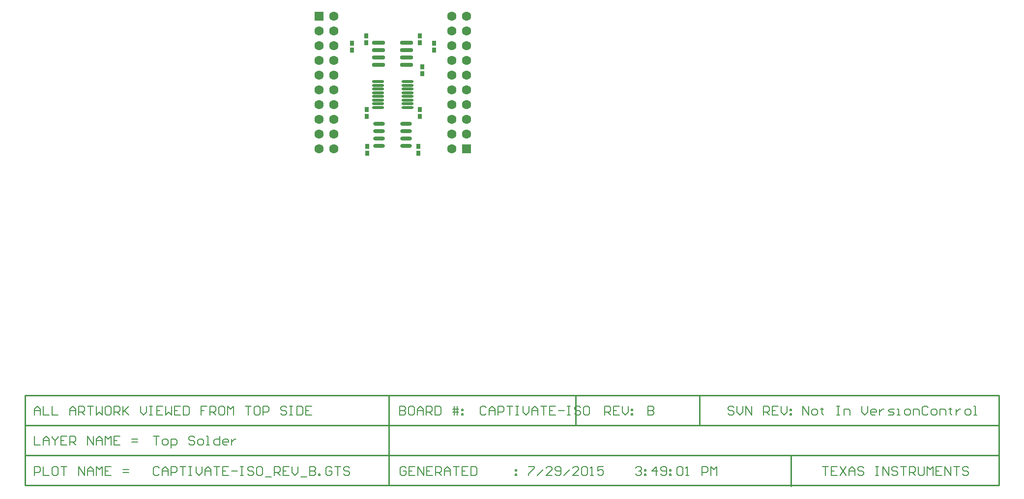
<source format=gts>
%FSAX25Y25*%
%MOIN*%
G70*
G01*
G75*
G04 Layer_Color=8388736*
%ADD10R,0.02362X0.03150*%
%ADD11O,0.08661X0.02362*%
%ADD12O,0.07480X0.02362*%
%ADD13O,0.07677X0.01575*%
%ADD14C,0.01000*%
%ADD15C,0.02000*%
%ADD16C,0.01500*%
%ADD17C,0.00800*%
%ADD18C,0.05906*%
%ADD19R,0.05906X0.05906*%
%ADD20C,0.03400*%
%ADD21C,0.01575*%
%ADD22C,0.00984*%
%ADD23C,0.02362*%
%ADD24C,0.00700*%
%ADD25C,0.00787*%
%ADD26R,0.02756X0.03543*%
%ADD27O,0.09055X0.02756*%
%ADD28O,0.07874X0.02756*%
%ADD29O,0.08071X0.01969*%
%ADD30C,0.06299*%
%ADD31R,0.06299X0.06299*%
G54D14*
X0559400Y0039400D02*
Y0059683D01*
X0440500Y0040050D02*
X0700200D01*
Y0101050D01*
X0286500Y0040050D02*
Y0101050D01*
X0040000Y0040050D02*
Y0101050D01*
X0040050Y0040050D02*
X0197600D01*
X0040050D02*
Y0101050D01*
Y0101050D02*
X0700200D01*
X0040000Y0040050D02*
X0440500D01*
X0040000Y0060383D02*
X0700000D01*
X0040000Y0080717D02*
X0700200D01*
X0413200D02*
Y0101050D01*
X0497200Y0080717D02*
Y0101050D01*
G54D17*
X0126900Y0073549D02*
X0130899D01*
X0128899D01*
Y0067551D01*
X0133898D02*
X0135897D01*
X0136897Y0068550D01*
Y0070550D01*
X0135897Y0071549D01*
X0133898D01*
X0132898Y0070550D01*
Y0068550D01*
X0133898Y0067551D01*
X0138896Y0065551D02*
Y0071549D01*
X0141895D01*
X0142895Y0070550D01*
Y0068550D01*
X0141895Y0067551D01*
X0138896D01*
X0154891Y0072549D02*
X0153891Y0073549D01*
X0151892D01*
X0150892Y0072549D01*
Y0071549D01*
X0151892Y0070550D01*
X0153891D01*
X0154891Y0069550D01*
Y0068550D01*
X0153891Y0067551D01*
X0151892D01*
X0150892Y0068550D01*
X0157890Y0067551D02*
X0159889D01*
X0160889Y0068550D01*
Y0070550D01*
X0159889Y0071549D01*
X0157890D01*
X0156890Y0070550D01*
Y0068550D01*
X0157890Y0067551D01*
X0162888D02*
X0164888D01*
X0163888D01*
Y0073549D01*
X0162888D01*
X0171885D02*
Y0067551D01*
X0168886D01*
X0167887Y0068550D01*
Y0070550D01*
X0168886Y0071549D01*
X0171885D01*
X0176884Y0067551D02*
X0174884D01*
X0173885Y0068550D01*
Y0070550D01*
X0174884Y0071549D01*
X0176884D01*
X0177884Y0070550D01*
Y0069550D01*
X0173885D01*
X0179883Y0071549D02*
Y0067551D01*
Y0069550D01*
X0180883Y0070550D01*
X0181882Y0071549D01*
X0182882D01*
X0126900Y0073549D02*
X0130899D01*
X0128899D01*
Y0067551D01*
X0133898D02*
X0135897D01*
X0136897Y0068550D01*
Y0070550D01*
X0135897Y0071549D01*
X0133898D01*
X0132898Y0070550D01*
Y0068550D01*
X0133898Y0067551D01*
X0138896Y0065551D02*
Y0071549D01*
X0141895D01*
X0142895Y0070550D01*
Y0068550D01*
X0141895Y0067551D01*
X0138896D01*
X0154891Y0072549D02*
X0153891Y0073549D01*
X0151892D01*
X0150892Y0072549D01*
Y0071549D01*
X0151892Y0070550D01*
X0153891D01*
X0154891Y0069550D01*
Y0068550D01*
X0153891Y0067551D01*
X0151892D01*
X0150892Y0068550D01*
X0157890Y0067551D02*
X0159889D01*
X0160889Y0068550D01*
Y0070550D01*
X0159889Y0071549D01*
X0157890D01*
X0156890Y0070550D01*
Y0068550D01*
X0157890Y0067551D01*
X0162888D02*
X0164888D01*
X0163888D01*
Y0073549D01*
X0162888D01*
X0171885D02*
Y0067551D01*
X0168886D01*
X0167887Y0068550D01*
Y0070550D01*
X0168886Y0071549D01*
X0171885D01*
X0176884Y0067551D02*
X0174884D01*
X0173885Y0068550D01*
Y0070550D01*
X0174884Y0071549D01*
X0176884D01*
X0177884Y0070550D01*
Y0069550D01*
X0173885D01*
X0179883Y0071549D02*
Y0067551D01*
Y0069550D01*
X0180883Y0070550D01*
X0181882Y0071549D01*
X0182882D01*
X0580500Y0052965D02*
X0584499D01*
X0582499D01*
Y0046966D01*
X0590497Y0052965D02*
X0586498D01*
Y0046966D01*
X0590497D01*
X0586498Y0049966D02*
X0588497D01*
X0592496Y0052965D02*
X0596495Y0046966D01*
Y0052965D02*
X0592496Y0046966D01*
X0598494D02*
Y0050965D01*
X0600493Y0052965D01*
X0602493Y0050965D01*
Y0046966D01*
Y0049966D01*
X0598494D01*
X0608491Y0051965D02*
X0607491Y0052965D01*
X0605492D01*
X0604492Y0051965D01*
Y0050965D01*
X0605492Y0049966D01*
X0607491D01*
X0608491Y0048966D01*
Y0047966D01*
X0607491Y0046966D01*
X0605492D01*
X0604492Y0047966D01*
X0616488Y0052965D02*
X0618488D01*
X0617488D01*
Y0046966D01*
X0616488D01*
X0618488D01*
X0621487D02*
Y0052965D01*
X0625486Y0046966D01*
Y0052965D01*
X0631484Y0051965D02*
X0630484Y0052965D01*
X0628484D01*
X0627485Y0051965D01*
Y0050965D01*
X0628484Y0049966D01*
X0630484D01*
X0631484Y0048966D01*
Y0047966D01*
X0630484Y0046966D01*
X0628484D01*
X0627485Y0047966D01*
X0633483Y0052965D02*
X0637482D01*
X0635482D01*
Y0046966D01*
X0639481D02*
Y0052965D01*
X0642480D01*
X0643480Y0051965D01*
Y0049966D01*
X0642480Y0048966D01*
X0639481D01*
X0641480D02*
X0643480Y0046966D01*
X0645479Y0052965D02*
Y0047966D01*
X0646479Y0046966D01*
X0648478D01*
X0649478Y0047966D01*
Y0052965D01*
X0651477Y0046966D02*
Y0052965D01*
X0653476Y0050965D01*
X0655476Y0052965D01*
Y0046966D01*
X0661474Y0052965D02*
X0657475D01*
Y0046966D01*
X0661474D01*
X0657475Y0049966D02*
X0659474D01*
X0663473Y0046966D02*
Y0052965D01*
X0667472Y0046966D01*
Y0052965D01*
X0669471D02*
X0673470D01*
X0671471D01*
Y0046966D01*
X0679468Y0051965D02*
X0678468Y0052965D01*
X0676469D01*
X0675469Y0051965D01*
Y0050965D01*
X0676469Y0049966D01*
X0678468D01*
X0679468Y0048966D01*
Y0047966D01*
X0678468Y0046966D01*
X0676469D01*
X0675469Y0047966D01*
X0454050Y0051965D02*
X0455050Y0052965D01*
X0457049D01*
X0458049Y0051965D01*
Y0050965D01*
X0457049Y0049966D01*
X0456049D01*
X0457049D01*
X0458049Y0048966D01*
Y0047966D01*
X0457049Y0046966D01*
X0455050D01*
X0454050Y0047966D01*
X0460048Y0050965D02*
X0461048D01*
Y0049966D01*
X0460048D01*
Y0050965D01*
Y0047966D02*
X0461048D01*
Y0046966D01*
X0460048D01*
Y0047966D01*
X0468046Y0046966D02*
Y0052965D01*
X0465046Y0049966D01*
X0469045D01*
X0471044Y0047966D02*
X0472044Y0046966D01*
X0474044D01*
X0475043Y0047966D01*
Y0051965D01*
X0474044Y0052965D01*
X0472044D01*
X0471044Y0051965D01*
Y0050965D01*
X0472044Y0049966D01*
X0475043D01*
X0477043Y0050965D02*
X0478042D01*
Y0049966D01*
X0477043D01*
Y0050965D01*
Y0047966D02*
X0478042D01*
Y0046966D01*
X0477043D01*
Y0047966D01*
X0482041Y0051965D02*
X0483041Y0052965D01*
X0485040D01*
X0486040Y0051965D01*
Y0047966D01*
X0485040Y0046966D01*
X0483041D01*
X0482041Y0047966D01*
Y0051965D01*
X0488039Y0046966D02*
X0490038D01*
X0489039D01*
Y0052965D01*
X0488039Y0051965D01*
X0499035Y0046966D02*
Y0052965D01*
X0502035D01*
X0503034Y0051965D01*
Y0049966D01*
X0502035Y0048966D01*
X0499035D01*
X0505033Y0046966D02*
Y0052965D01*
X0507033Y0050965D01*
X0509032Y0052965D01*
Y0046966D01*
X0046350D02*
Y0052965D01*
X0049349D01*
X0050349Y0051965D01*
Y0049966D01*
X0049349Y0048966D01*
X0046350D01*
X0052348Y0052965D02*
Y0046966D01*
X0056347D01*
X0061345Y0052965D02*
X0059346D01*
X0058346Y0051965D01*
Y0047966D01*
X0059346Y0046966D01*
X0061345D01*
X0062345Y0047966D01*
Y0051965D01*
X0061345Y0052965D01*
X0064344D02*
X0068343D01*
X0066343D01*
Y0046966D01*
X0076340D02*
Y0052965D01*
X0080339Y0046966D01*
Y0052965D01*
X0082338Y0046966D02*
Y0050965D01*
X0084338Y0052965D01*
X0086337Y0050965D01*
Y0046966D01*
Y0049966D01*
X0082338D01*
X0088336Y0046966D02*
Y0052965D01*
X0090336Y0050965D01*
X0092335Y0052965D01*
Y0046966D01*
X0098333Y0052965D02*
X0094335D01*
Y0046966D01*
X0098333D01*
X0094335Y0049966D02*
X0096334D01*
X0106331Y0048966D02*
X0110329D01*
X0106331Y0050965D02*
X0110329D01*
X0046350Y0073549D02*
Y0067551D01*
X0050349D01*
X0052348D02*
Y0071549D01*
X0054347Y0073549D01*
X0056347Y0071549D01*
Y0067551D01*
Y0070550D01*
X0052348D01*
X0058346Y0073549D02*
Y0072549D01*
X0060346Y0070550D01*
X0062345Y0072549D01*
Y0073549D01*
X0060346Y0070550D02*
Y0067551D01*
X0068343Y0073549D02*
X0064344D01*
Y0067551D01*
X0068343D01*
X0064344Y0070550D02*
X0066343D01*
X0070342Y0067551D02*
Y0073549D01*
X0073341D01*
X0074341Y0072549D01*
Y0070550D01*
X0073341Y0069550D01*
X0070342D01*
X0072342D02*
X0074341Y0067551D01*
X0082338D02*
Y0073549D01*
X0086337Y0067551D01*
Y0073549D01*
X0088336Y0067551D02*
Y0071549D01*
X0090336Y0073549D01*
X0092335Y0071549D01*
Y0067551D01*
Y0070550D01*
X0088336D01*
X0094335Y0067551D02*
Y0073549D01*
X0096334Y0071549D01*
X0098333Y0073549D01*
Y0067551D01*
X0104331Y0073549D02*
X0100332D01*
Y0067551D01*
X0104331D01*
X0100332Y0070550D02*
X0102332D01*
X0112329Y0069550D02*
X0116327D01*
X0112329Y0071549D02*
X0116327D01*
X0294000Y0093831D02*
Y0087833D01*
X0296999D01*
X0297999Y0088833D01*
Y0089833D01*
X0296999Y0090832D01*
X0294000D01*
X0296999D01*
X0297999Y0091832D01*
Y0092832D01*
X0296999Y0093831D01*
X0294000D01*
X0302997D02*
X0300998D01*
X0299998Y0092832D01*
Y0088833D01*
X0300998Y0087833D01*
X0302997D01*
X0303997Y0088833D01*
Y0092832D01*
X0302997Y0093831D01*
X0305996Y0087833D02*
Y0091832D01*
X0307996Y0093831D01*
X0309995Y0091832D01*
Y0087833D01*
Y0090832D01*
X0305996D01*
X0311994Y0087833D02*
Y0093831D01*
X0314993D01*
X0315993Y0092832D01*
Y0090832D01*
X0314993Y0089833D01*
X0311994D01*
X0313994D02*
X0315993Y0087833D01*
X0317992Y0093831D02*
Y0087833D01*
X0320991D01*
X0321991Y0088833D01*
Y0092832D01*
X0320991Y0093831D01*
X0317992D01*
X0330988Y0087833D02*
Y0093831D01*
X0332987D02*
Y0087833D01*
X0329988Y0091832D02*
X0332987D01*
X0333987D01*
X0329988Y0089833D02*
X0333987D01*
X0335986Y0091832D02*
X0336986D01*
Y0090832D01*
X0335986D01*
Y0091832D01*
Y0088833D02*
X0336986D01*
Y0087833D01*
X0335986D01*
Y0088833D01*
X0352549Y0092832D02*
X0351549Y0093831D01*
X0349550D01*
X0348550Y0092832D01*
Y0088833D01*
X0349550Y0087833D01*
X0351549D01*
X0352549Y0088833D01*
X0354548Y0087833D02*
Y0091832D01*
X0356547Y0093831D01*
X0358547Y0091832D01*
Y0087833D01*
Y0090832D01*
X0354548D01*
X0360546Y0087833D02*
Y0093831D01*
X0363545D01*
X0364545Y0092832D01*
Y0090832D01*
X0363545Y0089833D01*
X0360546D01*
X0366544Y0093831D02*
X0370543D01*
X0368544D01*
Y0087833D01*
X0372542Y0093831D02*
X0374542D01*
X0373542D01*
Y0087833D01*
X0372542D01*
X0374542D01*
X0377541Y0093831D02*
Y0089833D01*
X0379540Y0087833D01*
X0381539Y0089833D01*
Y0093831D01*
X0383539Y0087833D02*
Y0091832D01*
X0385538Y0093831D01*
X0387537Y0091832D01*
Y0087833D01*
Y0090832D01*
X0383539D01*
X0389537Y0093831D02*
X0393535D01*
X0391536D01*
Y0087833D01*
X0399534Y0093831D02*
X0395535D01*
Y0087833D01*
X0399534D01*
X0395535Y0090832D02*
X0397534D01*
X0401533D02*
X0405532D01*
X0407531Y0093831D02*
X0409530D01*
X0408531D01*
Y0087833D01*
X0407531D01*
X0409530D01*
X0416528Y0092832D02*
X0415528Y0093831D01*
X0413529D01*
X0412529Y0092832D01*
Y0091832D01*
X0413529Y0090832D01*
X0415528D01*
X0416528Y0089833D01*
Y0088833D01*
X0415528Y0087833D01*
X0413529D01*
X0412529Y0088833D01*
X0421526Y0093831D02*
X0419527D01*
X0418527Y0092832D01*
Y0088833D01*
X0419527Y0087833D01*
X0421526D01*
X0422526Y0088833D01*
Y0092832D01*
X0421526Y0093831D01*
X0462150D02*
Y0087833D01*
X0465149D01*
X0466149Y0088833D01*
Y0089833D01*
X0465149Y0090832D01*
X0462150D01*
X0465149D01*
X0466149Y0091832D01*
Y0092832D01*
X0465149Y0093831D01*
X0462150D01*
X0046350Y0087833D02*
Y0091832D01*
X0048349Y0093831D01*
X0050349Y0091832D01*
Y0087833D01*
Y0090832D01*
X0046350D01*
X0052348Y0093831D02*
Y0087833D01*
X0056347D01*
X0058346Y0093831D02*
Y0087833D01*
X0062345D01*
X0070342D02*
Y0091832D01*
X0072342Y0093831D01*
X0074341Y0091832D01*
Y0087833D01*
Y0090832D01*
X0070342D01*
X0076340Y0087833D02*
Y0093831D01*
X0079339D01*
X0080339Y0092832D01*
Y0090832D01*
X0079339Y0089833D01*
X0076340D01*
X0078340D02*
X0080339Y0087833D01*
X0082338Y0093831D02*
X0086337D01*
X0084338D01*
Y0087833D01*
X0088336Y0093831D02*
Y0087833D01*
X0090336Y0089833D01*
X0092335Y0087833D01*
Y0093831D01*
X0097334D02*
X0095334D01*
X0094335Y0092832D01*
Y0088833D01*
X0095334Y0087833D01*
X0097334D01*
X0098333Y0088833D01*
Y0092832D01*
X0097334Y0093831D01*
X0100332Y0087833D02*
Y0093831D01*
X0103332D01*
X0104331Y0092832D01*
Y0090832D01*
X0103332Y0089833D01*
X0100332D01*
X0102332D02*
X0104331Y0087833D01*
X0106331Y0093831D02*
Y0087833D01*
Y0089833D01*
X0110329Y0093831D01*
X0107330Y0090832D01*
X0110329Y0087833D01*
X0118327Y0093831D02*
Y0089833D01*
X0120326Y0087833D01*
X0122325Y0089833D01*
Y0093831D01*
X0124325D02*
X0126324D01*
X0125324D01*
Y0087833D01*
X0124325D01*
X0126324D01*
X0133322Y0093831D02*
X0129323D01*
Y0087833D01*
X0133322D01*
X0129323Y0090832D02*
X0131323D01*
X0135321Y0093831D02*
Y0087833D01*
X0137321Y0089833D01*
X0139320Y0087833D01*
Y0093831D01*
X0145318D02*
X0141319D01*
Y0087833D01*
X0145318D01*
X0141319Y0090832D02*
X0143319D01*
X0147317Y0093831D02*
Y0087833D01*
X0150316D01*
X0151316Y0088833D01*
Y0092832D01*
X0150316Y0093831D01*
X0147317D01*
X0163312D02*
X0159313D01*
Y0090832D01*
X0161313D01*
X0159313D01*
Y0087833D01*
X0165312D02*
Y0093831D01*
X0168310D01*
X0169310Y0092832D01*
Y0090832D01*
X0168310Y0089833D01*
X0165312D01*
X0167311D02*
X0169310Y0087833D01*
X0174309Y0093831D02*
X0172309D01*
X0171310Y0092832D01*
Y0088833D01*
X0172309Y0087833D01*
X0174309D01*
X0175308Y0088833D01*
Y0092832D01*
X0174309Y0093831D01*
X0177308Y0087833D02*
Y0093831D01*
X0179307Y0091832D01*
X0181306Y0093831D01*
Y0087833D01*
X0189304Y0093831D02*
X0193303D01*
X0191303D01*
Y0087833D01*
X0198301Y0093831D02*
X0196301D01*
X0195302Y0092832D01*
Y0088833D01*
X0196301Y0087833D01*
X0198301D01*
X0199301Y0088833D01*
Y0092832D01*
X0198301Y0093831D01*
X0201300Y0087833D02*
Y0093831D01*
X0204299D01*
X0205299Y0092832D01*
Y0090832D01*
X0204299Y0089833D01*
X0201300D01*
X0217295Y0092832D02*
X0216295Y0093831D01*
X0214296D01*
X0213296Y0092832D01*
Y0091832D01*
X0214296Y0090832D01*
X0216295D01*
X0217295Y0089833D01*
Y0088833D01*
X0216295Y0087833D01*
X0214296D01*
X0213296Y0088833D01*
X0219294Y0093831D02*
X0221293D01*
X0220294D01*
Y0087833D01*
X0219294D01*
X0221293D01*
X0224292Y0093831D02*
Y0087833D01*
X0227291D01*
X0228291Y0088833D01*
Y0092832D01*
X0227291Y0093831D01*
X0224292D01*
X0234289D02*
X0230291D01*
Y0087833D01*
X0234289D01*
X0230291Y0090832D02*
X0232290D01*
X0298199Y0051965D02*
X0297199Y0052965D01*
X0295200D01*
X0294200Y0051965D01*
Y0047966D01*
X0295200Y0046966D01*
X0297199D01*
X0298199Y0047966D01*
Y0049966D01*
X0296199D01*
X0304197Y0052965D02*
X0300198D01*
Y0046966D01*
X0304197D01*
X0300198Y0049966D02*
X0302197D01*
X0306196Y0046966D02*
Y0052965D01*
X0310195Y0046966D01*
Y0052965D01*
X0316193D02*
X0312194D01*
Y0046966D01*
X0316193D01*
X0312194Y0049966D02*
X0314194D01*
X0318192Y0046966D02*
Y0052965D01*
X0321191D01*
X0322191Y0051965D01*
Y0049966D01*
X0321191Y0048966D01*
X0318192D01*
X0320192D02*
X0322191Y0046966D01*
X0324190D02*
Y0050965D01*
X0326190Y0052965D01*
X0328189Y0050965D01*
Y0046966D01*
Y0049966D01*
X0324190D01*
X0330188Y0052965D02*
X0334187D01*
X0332188D01*
Y0046966D01*
X0340185Y0052965D02*
X0336186D01*
Y0046966D01*
X0340185D01*
X0336186Y0049966D02*
X0338186D01*
X0342184Y0052965D02*
Y0046966D01*
X0345183D01*
X0346183Y0047966D01*
Y0051965D01*
X0345183Y0052965D01*
X0342184D01*
X0372175Y0050965D02*
X0373175D01*
Y0049966D01*
X0372175D01*
Y0050965D01*
Y0047966D02*
X0373175D01*
Y0046966D01*
X0372175D01*
Y0047966D01*
X0381150Y0052965D02*
X0385149D01*
Y0051965D01*
X0381150Y0047966D01*
Y0046966D01*
X0387148D02*
X0391147Y0050965D01*
X0397145Y0046966D02*
X0393146D01*
X0397145Y0050965D01*
Y0051965D01*
X0396145Y0052965D01*
X0394146D01*
X0393146Y0051965D01*
X0399144Y0047966D02*
X0400144Y0046966D01*
X0402143D01*
X0403143Y0047966D01*
Y0051965D01*
X0402143Y0052965D01*
X0400144D01*
X0399144Y0051965D01*
Y0050965D01*
X0400144Y0049966D01*
X0403143D01*
X0405142Y0046966D02*
X0409141Y0050965D01*
X0415139Y0046966D02*
X0411140D01*
X0415139Y0050965D01*
Y0051965D01*
X0414139Y0052965D01*
X0412140D01*
X0411140Y0051965D01*
X0417138D02*
X0418138Y0052965D01*
X0420137D01*
X0421137Y0051965D01*
Y0047966D01*
X0420137Y0046966D01*
X0418138D01*
X0417138Y0047966D01*
Y0051965D01*
X0423136Y0046966D02*
X0425136D01*
X0424136D01*
Y0052965D01*
X0423136Y0051965D01*
X0432133Y0052965D02*
X0428135D01*
Y0049966D01*
X0430134Y0050965D01*
X0431134D01*
X0432133Y0049966D01*
Y0047966D01*
X0431134Y0046966D01*
X0429135D01*
X0428135Y0047966D01*
X0130899Y0051965D02*
X0129899Y0052965D01*
X0127900D01*
X0126900Y0051965D01*
Y0047966D01*
X0127900Y0046966D01*
X0129899D01*
X0130899Y0047966D01*
X0132898Y0046966D02*
Y0050965D01*
X0134897Y0052965D01*
X0136897Y0050965D01*
Y0046966D01*
Y0049966D01*
X0132898D01*
X0138896Y0046966D02*
Y0052965D01*
X0141895D01*
X0142895Y0051965D01*
Y0049966D01*
X0141895Y0048966D01*
X0138896D01*
X0144894Y0052965D02*
X0148893D01*
X0146894D01*
Y0046966D01*
X0150892Y0052965D02*
X0152892D01*
X0151892D01*
Y0046966D01*
X0150892D01*
X0152892D01*
X0155891Y0052965D02*
Y0048966D01*
X0157890Y0046966D01*
X0159889Y0048966D01*
Y0052965D01*
X0161889Y0046966D02*
Y0050965D01*
X0163888Y0052965D01*
X0165887Y0050965D01*
Y0046966D01*
Y0049966D01*
X0161889D01*
X0167887Y0052965D02*
X0171885D01*
X0169886D01*
Y0046966D01*
X0177884Y0052965D02*
X0173885D01*
Y0046966D01*
X0177884D01*
X0173885Y0049966D02*
X0175884D01*
X0179883D02*
X0183882D01*
X0185881Y0052965D02*
X0187880D01*
X0186881D01*
Y0046966D01*
X0185881D01*
X0187880D01*
X0194878Y0051965D02*
X0193878Y0052965D01*
X0191879D01*
X0190879Y0051965D01*
Y0050965D01*
X0191879Y0049966D01*
X0193878D01*
X0194878Y0048966D01*
Y0047966D01*
X0193878Y0046966D01*
X0191879D01*
X0190879Y0047966D01*
X0199876Y0052965D02*
X0197877D01*
X0196877Y0051965D01*
Y0047966D01*
X0197877Y0046966D01*
X0199876D01*
X0200876Y0047966D01*
Y0051965D01*
X0199876Y0052965D01*
X0202875Y0045967D02*
X0206874D01*
X0208874Y0046966D02*
Y0052965D01*
X0211873D01*
X0212872Y0051965D01*
Y0049966D01*
X0211873Y0048966D01*
X0208874D01*
X0210873D02*
X0212872Y0046966D01*
X0218870Y0052965D02*
X0214872D01*
Y0046966D01*
X0218870D01*
X0214872Y0049966D02*
X0216871D01*
X0220870Y0052965D02*
Y0048966D01*
X0222869Y0046966D01*
X0224868Y0048966D01*
Y0052965D01*
X0226868Y0045967D02*
X0230866D01*
X0232866Y0052965D02*
Y0046966D01*
X0235865D01*
X0236864Y0047966D01*
Y0048966D01*
X0235865Y0049966D01*
X0232866D01*
X0235865D01*
X0236864Y0050965D01*
Y0051965D01*
X0235865Y0052965D01*
X0232866D01*
X0238864Y0046966D02*
Y0047966D01*
X0239863D01*
Y0046966D01*
X0238864D01*
X0247861Y0051965D02*
X0246861Y0052965D01*
X0244862D01*
X0243862Y0051965D01*
Y0047966D01*
X0244862Y0046966D01*
X0246861D01*
X0247861Y0047966D01*
Y0049966D01*
X0245862D01*
X0249860Y0052965D02*
X0253859D01*
X0251860D01*
Y0046966D01*
X0259857Y0051965D02*
X0258857Y0052965D01*
X0256858D01*
X0255858Y0051965D01*
Y0050965D01*
X0256858Y0049966D01*
X0258857D01*
X0259857Y0048966D01*
Y0047966D01*
X0258857Y0046966D01*
X0256858D01*
X0255858Y0047966D01*
X0433000Y0087833D02*
Y0093831D01*
X0435999D01*
X0436999Y0092832D01*
Y0090832D01*
X0435999Y0089833D01*
X0433000D01*
X0434999D02*
X0436999Y0087833D01*
X0442997Y0093831D02*
X0438998D01*
Y0087833D01*
X0442997D01*
X0438998Y0090832D02*
X0440997D01*
X0444996Y0093831D02*
Y0089833D01*
X0446995Y0087833D01*
X0448995Y0089833D01*
Y0093831D01*
X0450994Y0091832D02*
X0451994D01*
Y0090832D01*
X0450994D01*
Y0091832D01*
Y0088833D02*
X0451994D01*
Y0087833D01*
X0450994D01*
Y0088833D01*
X0520799Y0092832D02*
X0519799Y0093831D01*
X0517800D01*
X0516800Y0092832D01*
Y0091832D01*
X0517800Y0090832D01*
X0519799D01*
X0520799Y0089833D01*
Y0088833D01*
X0519799Y0087833D01*
X0517800D01*
X0516800Y0088833D01*
X0522798Y0093831D02*
Y0089833D01*
X0524797Y0087833D01*
X0526797Y0089833D01*
Y0093831D01*
X0528796Y0087833D02*
Y0093831D01*
X0532795Y0087833D01*
Y0093831D01*
X0540792Y0087833D02*
Y0093831D01*
X0543791D01*
X0544791Y0092832D01*
Y0090832D01*
X0543791Y0089833D01*
X0540792D01*
X0542792D02*
X0544791Y0087833D01*
X0550789Y0093831D02*
X0546790D01*
Y0087833D01*
X0550789D01*
X0546790Y0090832D02*
X0548790D01*
X0552788Y0093831D02*
Y0089833D01*
X0554788Y0087833D01*
X0556787Y0089833D01*
Y0093831D01*
X0558786Y0091832D02*
X0559786D01*
Y0090832D01*
X0558786D01*
Y0091832D01*
Y0088833D02*
X0559786D01*
Y0087833D01*
X0558786D01*
Y0088833D01*
X0567400Y0087833D02*
Y0093831D01*
X0571399Y0087833D01*
Y0093831D01*
X0574398Y0087833D02*
X0576397D01*
X0577397Y0088833D01*
Y0090832D01*
X0576397Y0091832D01*
X0574398D01*
X0573398Y0090832D01*
Y0088833D01*
X0574398Y0087833D01*
X0580396Y0092832D02*
Y0091832D01*
X0579396D01*
X0581395D01*
X0580396D01*
Y0088833D01*
X0581395Y0087833D01*
X0590393Y0093831D02*
X0592392D01*
X0591392D01*
Y0087833D01*
X0590393D01*
X0592392D01*
X0595391D02*
Y0091832D01*
X0598390D01*
X0599390Y0090832D01*
Y0087833D01*
X0607387Y0093831D02*
Y0089833D01*
X0609386Y0087833D01*
X0611386Y0089833D01*
Y0093831D01*
X0616384Y0087833D02*
X0614385D01*
X0613385Y0088833D01*
Y0090832D01*
X0614385Y0091832D01*
X0616384D01*
X0617384Y0090832D01*
Y0089833D01*
X0613385D01*
X0619383Y0091832D02*
Y0087833D01*
Y0089833D01*
X0620383Y0090832D01*
X0621383Y0091832D01*
X0622382D01*
X0625381Y0087833D02*
X0628380D01*
X0629380Y0088833D01*
X0628380Y0089833D01*
X0626381D01*
X0625381Y0090832D01*
X0626381Y0091832D01*
X0629380D01*
X0631379Y0087833D02*
X0633379D01*
X0632379D01*
Y0091832D01*
X0631379D01*
X0637377Y0087833D02*
X0639377D01*
X0640376Y0088833D01*
Y0090832D01*
X0639377Y0091832D01*
X0637377D01*
X0636378Y0090832D01*
Y0088833D01*
X0637377Y0087833D01*
X0642376D02*
Y0091832D01*
X0645375D01*
X0646374Y0090832D01*
Y0087833D01*
X0652373Y0092832D02*
X0651373Y0093831D01*
X0649373D01*
X0648374Y0092832D01*
Y0088833D01*
X0649373Y0087833D01*
X0651373D01*
X0652373Y0088833D01*
X0655372Y0087833D02*
X0657371D01*
X0658371Y0088833D01*
Y0090832D01*
X0657371Y0091832D01*
X0655372D01*
X0654372Y0090832D01*
Y0088833D01*
X0655372Y0087833D01*
X0660370D02*
Y0091832D01*
X0663369D01*
X0664369Y0090832D01*
Y0087833D01*
X0667368Y0092832D02*
Y0091832D01*
X0666368D01*
X0668367D01*
X0667368D01*
Y0088833D01*
X0668367Y0087833D01*
X0671366Y0091832D02*
Y0087833D01*
Y0089833D01*
X0672366Y0090832D01*
X0673366Y0091832D01*
X0674365D01*
X0678364Y0087833D02*
X0680364D01*
X0681363Y0088833D01*
Y0090832D01*
X0680364Y0091832D01*
X0678364D01*
X0677364Y0090832D01*
Y0088833D01*
X0678364Y0087833D01*
X0683362D02*
X0685362D01*
X0684362D01*
Y0093831D01*
X0683362D01*
G54D26*
X0317200Y0340262D02*
D03*
Y0335538D02*
D03*
X0309200Y0319538D02*
D03*
Y0324262D02*
D03*
X0307700Y0345262D02*
D03*
Y0340538D02*
D03*
X0261800Y0340262D02*
D03*
Y0335538D02*
D03*
X0271200Y0340338D02*
D03*
Y0345062D02*
D03*
X0307700Y0290538D02*
D03*
Y0295262D02*
D03*
X0271700Y0290538D02*
D03*
Y0295262D02*
D03*
X0272000Y0270162D02*
D03*
Y0265438D02*
D03*
X0306700Y0265538D02*
D03*
Y0270262D02*
D03*
G54D27*
X0279751Y0340400D02*
D03*
Y0335400D02*
D03*
Y0330400D02*
D03*
Y0325400D02*
D03*
X0298649Y0340400D02*
D03*
Y0335400D02*
D03*
Y0330400D02*
D03*
Y0325400D02*
D03*
G54D28*
X0279948Y0285400D02*
D03*
Y0280400D02*
D03*
Y0275400D02*
D03*
Y0270400D02*
D03*
X0298452Y0285400D02*
D03*
Y0280400D02*
D03*
Y0275400D02*
D03*
Y0270400D02*
D03*
G54D29*
X0279259Y0314150D02*
D03*
Y0311650D02*
D03*
Y0309150D02*
D03*
Y0306650D02*
D03*
Y0304150D02*
D03*
Y0301650D02*
D03*
Y0299150D02*
D03*
Y0296650D02*
D03*
X0299141Y0314150D02*
D03*
Y0311650D02*
D03*
Y0309150D02*
D03*
Y0306650D02*
D03*
Y0304150D02*
D03*
Y0301650D02*
D03*
Y0299150D02*
D03*
Y0296650D02*
D03*
G54D30*
X0249200Y0268400D02*
D03*
X0239200D02*
D03*
X0249200Y0278400D02*
D03*
X0239200D02*
D03*
X0249200Y0288400D02*
D03*
X0239200D02*
D03*
X0249200Y0298400D02*
D03*
X0239200D02*
D03*
X0249200Y0308400D02*
D03*
X0239200D02*
D03*
X0249200Y0318400D02*
D03*
X0239200D02*
D03*
X0249200Y0328400D02*
D03*
X0239200D02*
D03*
X0249200Y0338400D02*
D03*
X0239200D02*
D03*
X0249200Y0348400D02*
D03*
X0239200D02*
D03*
X0249200Y0358400D02*
D03*
X0329200Y0268400D02*
D03*
X0339200Y0278400D02*
D03*
X0329200D02*
D03*
X0339200Y0288400D02*
D03*
X0329200D02*
D03*
X0339200Y0298400D02*
D03*
X0329200D02*
D03*
X0339200Y0308400D02*
D03*
X0329200D02*
D03*
X0339200Y0318400D02*
D03*
X0329200D02*
D03*
X0339200Y0328400D02*
D03*
X0329200D02*
D03*
X0339200Y0338400D02*
D03*
X0329200D02*
D03*
X0339200Y0348400D02*
D03*
X0329200D02*
D03*
X0339200Y0358400D02*
D03*
X0329200D02*
D03*
G54D31*
X0239200D02*
D03*
X0339200Y0268400D02*
D03*
M02*

</source>
